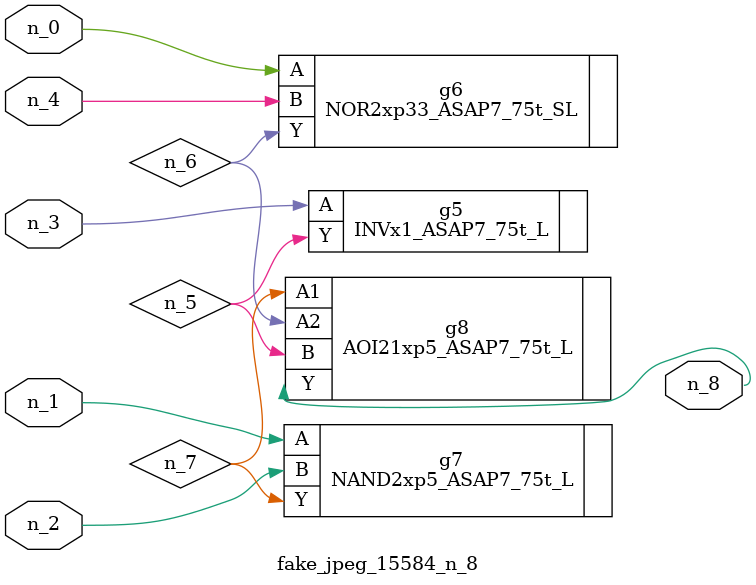
<source format=v>
module fake_jpeg_15584_n_8 (n_3, n_2, n_1, n_0, n_4, n_8);

input n_3;
input n_2;
input n_1;
input n_0;
input n_4;

output n_8;

wire n_6;
wire n_5;
wire n_7;

INVx1_ASAP7_75t_L g5 ( 
.A(n_3),
.Y(n_5)
);

NOR2xp33_ASAP7_75t_SL g6 ( 
.A(n_0),
.B(n_4),
.Y(n_6)
);

NAND2xp5_ASAP7_75t_L g7 ( 
.A(n_1),
.B(n_2),
.Y(n_7)
);

AOI21xp5_ASAP7_75t_L g8 ( 
.A1(n_7),
.A2(n_6),
.B(n_5),
.Y(n_8)
);


endmodule
</source>
